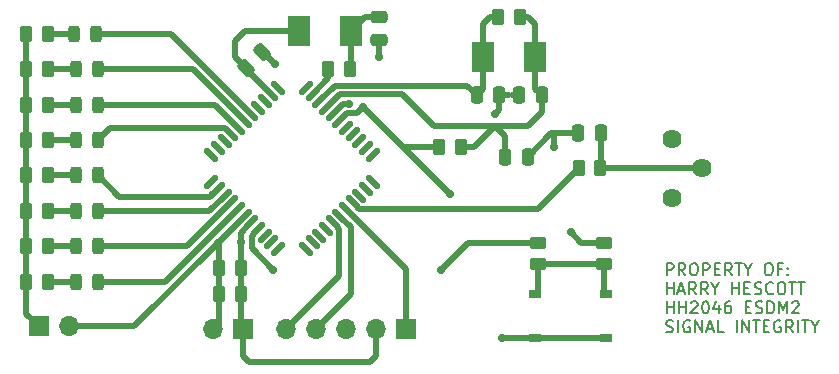
<source format=gbr>
%TF.GenerationSoftware,KiCad,Pcbnew,7.0.9*%
%TF.CreationDate,2023-11-22T23:33:49+00:00*%
%TF.ProjectId,signal_board,7369676e-616c-45f6-926f-6172642e6b69,rev?*%
%TF.SameCoordinates,Original*%
%TF.FileFunction,Copper,L1,Top*%
%TF.FilePolarity,Positive*%
%FSLAX46Y46*%
G04 Gerber Fmt 4.6, Leading zero omitted, Abs format (unit mm)*
G04 Created by KiCad (PCBNEW 7.0.9) date 2023-11-22 23:33:49*
%MOMM*%
%LPD*%
G01*
G04 APERTURE LIST*
G04 Aperture macros list*
%AMRoundRect*
0 Rectangle with rounded corners*
0 $1 Rounding radius*
0 $2 $3 $4 $5 $6 $7 $8 $9 X,Y pos of 4 corners*
0 Add a 4 corners polygon primitive as box body*
4,1,4,$2,$3,$4,$5,$6,$7,$8,$9,$2,$3,0*
0 Add four circle primitives for the rounded corners*
1,1,$1+$1,$2,$3*
1,1,$1+$1,$4,$5*
1,1,$1+$1,$6,$7*
1,1,$1+$1,$8,$9*
0 Add four rect primitives between the rounded corners*
20,1,$1+$1,$2,$3,$4,$5,0*
20,1,$1+$1,$4,$5,$6,$7,0*
20,1,$1+$1,$6,$7,$8,$9,0*
20,1,$1+$1,$8,$9,$2,$3,0*%
G04 Aperture macros list end*
%ADD10C,0.150000*%
%TA.AperFunction,NonConductor*%
%ADD11C,0.150000*%
%TD*%
%TA.AperFunction,SMDPad,CuDef*%
%ADD12R,1.900000X2.500000*%
%TD*%
%TA.AperFunction,SMDPad,CuDef*%
%ADD13R,1.000000X0.750000*%
%TD*%
%TA.AperFunction,ComponentPad*%
%ADD14C,1.620000*%
%TD*%
%TA.AperFunction,SMDPad,CuDef*%
%ADD15RoundRect,0.250000X0.262500X0.450000X-0.262500X0.450000X-0.262500X-0.450000X0.262500X-0.450000X0*%
%TD*%
%TA.AperFunction,SMDPad,CuDef*%
%ADD16RoundRect,0.250000X-0.262500X-0.450000X0.262500X-0.450000X0.262500X0.450000X-0.262500X0.450000X0*%
%TD*%
%TA.AperFunction,SMDPad,CuDef*%
%ADD17RoundRect,0.250000X-0.450000X0.262500X-0.450000X-0.262500X0.450000X-0.262500X0.450000X0.262500X0*%
%TD*%
%TA.AperFunction,ComponentPad*%
%ADD18R,1.700000X1.700000*%
%TD*%
%TA.AperFunction,ComponentPad*%
%ADD19O,1.700000X1.700000*%
%TD*%
%TA.AperFunction,SMDPad,CuDef*%
%ADD20RoundRect,0.243750X-0.243750X-0.456250X0.243750X-0.456250X0.243750X0.456250X-0.243750X0.456250X0*%
%TD*%
%TA.AperFunction,SMDPad,CuDef*%
%ADD21RoundRect,0.137500X0.327037X-0.521491X0.521491X-0.327037X-0.327037X0.521491X-0.521491X0.327037X0*%
%TD*%
%TA.AperFunction,SMDPad,CuDef*%
%ADD22RoundRect,0.137500X-0.327037X-0.521491X0.521491X0.327037X0.327037X0.521491X-0.521491X-0.327037X0*%
%TD*%
%TA.AperFunction,SMDPad,CuDef*%
%ADD23RoundRect,0.250000X-0.159099X0.512652X-0.512652X0.159099X0.159099X-0.512652X0.512652X-0.159099X0*%
%TD*%
%TA.AperFunction,SMDPad,CuDef*%
%ADD24RoundRect,0.250000X0.475000X-0.250000X0.475000X0.250000X-0.475000X0.250000X-0.475000X-0.250000X0*%
%TD*%
%TA.AperFunction,SMDPad,CuDef*%
%ADD25RoundRect,0.250000X-0.250000X-0.475000X0.250000X-0.475000X0.250000X0.475000X-0.250000X0.475000X0*%
%TD*%
%TA.AperFunction,SMDPad,CuDef*%
%ADD26RoundRect,0.250000X0.250000X0.475000X-0.250000X0.475000X-0.250000X-0.475000X0.250000X-0.475000X0*%
%TD*%
%TA.AperFunction,ViaPad*%
%ADD27C,0.700000*%
%TD*%
%TA.AperFunction,Conductor*%
%ADD28C,0.508000*%
%TD*%
%TA.AperFunction,Conductor*%
%ADD29C,0.500000*%
%TD*%
G04 APERTURE END LIST*
D10*
D11*
X110536779Y-78239819D02*
X110536779Y-77239819D01*
X110536779Y-77239819D02*
X110917731Y-77239819D01*
X110917731Y-77239819D02*
X111012969Y-77287438D01*
X111012969Y-77287438D02*
X111060588Y-77335057D01*
X111060588Y-77335057D02*
X111108207Y-77430295D01*
X111108207Y-77430295D02*
X111108207Y-77573152D01*
X111108207Y-77573152D02*
X111060588Y-77668390D01*
X111060588Y-77668390D02*
X111012969Y-77716009D01*
X111012969Y-77716009D02*
X110917731Y-77763628D01*
X110917731Y-77763628D02*
X110536779Y-77763628D01*
X112108207Y-78239819D02*
X111774874Y-77763628D01*
X111536779Y-78239819D02*
X111536779Y-77239819D01*
X111536779Y-77239819D02*
X111917731Y-77239819D01*
X111917731Y-77239819D02*
X112012969Y-77287438D01*
X112012969Y-77287438D02*
X112060588Y-77335057D01*
X112060588Y-77335057D02*
X112108207Y-77430295D01*
X112108207Y-77430295D02*
X112108207Y-77573152D01*
X112108207Y-77573152D02*
X112060588Y-77668390D01*
X112060588Y-77668390D02*
X112012969Y-77716009D01*
X112012969Y-77716009D02*
X111917731Y-77763628D01*
X111917731Y-77763628D02*
X111536779Y-77763628D01*
X112727255Y-77239819D02*
X112917731Y-77239819D01*
X112917731Y-77239819D02*
X113012969Y-77287438D01*
X113012969Y-77287438D02*
X113108207Y-77382676D01*
X113108207Y-77382676D02*
X113155826Y-77573152D01*
X113155826Y-77573152D02*
X113155826Y-77906485D01*
X113155826Y-77906485D02*
X113108207Y-78096961D01*
X113108207Y-78096961D02*
X113012969Y-78192200D01*
X113012969Y-78192200D02*
X112917731Y-78239819D01*
X112917731Y-78239819D02*
X112727255Y-78239819D01*
X112727255Y-78239819D02*
X112632017Y-78192200D01*
X112632017Y-78192200D02*
X112536779Y-78096961D01*
X112536779Y-78096961D02*
X112489160Y-77906485D01*
X112489160Y-77906485D02*
X112489160Y-77573152D01*
X112489160Y-77573152D02*
X112536779Y-77382676D01*
X112536779Y-77382676D02*
X112632017Y-77287438D01*
X112632017Y-77287438D02*
X112727255Y-77239819D01*
X113584398Y-78239819D02*
X113584398Y-77239819D01*
X113584398Y-77239819D02*
X113965350Y-77239819D01*
X113965350Y-77239819D02*
X114060588Y-77287438D01*
X114060588Y-77287438D02*
X114108207Y-77335057D01*
X114108207Y-77335057D02*
X114155826Y-77430295D01*
X114155826Y-77430295D02*
X114155826Y-77573152D01*
X114155826Y-77573152D02*
X114108207Y-77668390D01*
X114108207Y-77668390D02*
X114060588Y-77716009D01*
X114060588Y-77716009D02*
X113965350Y-77763628D01*
X113965350Y-77763628D02*
X113584398Y-77763628D01*
X114584398Y-77716009D02*
X114917731Y-77716009D01*
X115060588Y-78239819D02*
X114584398Y-78239819D01*
X114584398Y-78239819D02*
X114584398Y-77239819D01*
X114584398Y-77239819D02*
X115060588Y-77239819D01*
X116060588Y-78239819D02*
X115727255Y-77763628D01*
X115489160Y-78239819D02*
X115489160Y-77239819D01*
X115489160Y-77239819D02*
X115870112Y-77239819D01*
X115870112Y-77239819D02*
X115965350Y-77287438D01*
X115965350Y-77287438D02*
X116012969Y-77335057D01*
X116012969Y-77335057D02*
X116060588Y-77430295D01*
X116060588Y-77430295D02*
X116060588Y-77573152D01*
X116060588Y-77573152D02*
X116012969Y-77668390D01*
X116012969Y-77668390D02*
X115965350Y-77716009D01*
X115965350Y-77716009D02*
X115870112Y-77763628D01*
X115870112Y-77763628D02*
X115489160Y-77763628D01*
X116346303Y-77239819D02*
X116917731Y-77239819D01*
X116632017Y-78239819D02*
X116632017Y-77239819D01*
X117441541Y-77763628D02*
X117441541Y-78239819D01*
X117108208Y-77239819D02*
X117441541Y-77763628D01*
X117441541Y-77763628D02*
X117774874Y-77239819D01*
X119060589Y-77239819D02*
X119251065Y-77239819D01*
X119251065Y-77239819D02*
X119346303Y-77287438D01*
X119346303Y-77287438D02*
X119441541Y-77382676D01*
X119441541Y-77382676D02*
X119489160Y-77573152D01*
X119489160Y-77573152D02*
X119489160Y-77906485D01*
X119489160Y-77906485D02*
X119441541Y-78096961D01*
X119441541Y-78096961D02*
X119346303Y-78192200D01*
X119346303Y-78192200D02*
X119251065Y-78239819D01*
X119251065Y-78239819D02*
X119060589Y-78239819D01*
X119060589Y-78239819D02*
X118965351Y-78192200D01*
X118965351Y-78192200D02*
X118870113Y-78096961D01*
X118870113Y-78096961D02*
X118822494Y-77906485D01*
X118822494Y-77906485D02*
X118822494Y-77573152D01*
X118822494Y-77573152D02*
X118870113Y-77382676D01*
X118870113Y-77382676D02*
X118965351Y-77287438D01*
X118965351Y-77287438D02*
X119060589Y-77239819D01*
X120251065Y-77716009D02*
X119917732Y-77716009D01*
X119917732Y-78239819D02*
X119917732Y-77239819D01*
X119917732Y-77239819D02*
X120393922Y-77239819D01*
X120774875Y-78144580D02*
X120822494Y-78192200D01*
X120822494Y-78192200D02*
X120774875Y-78239819D01*
X120774875Y-78239819D02*
X120727256Y-78192200D01*
X120727256Y-78192200D02*
X120774875Y-78144580D01*
X120774875Y-78144580D02*
X120774875Y-78239819D01*
X120774875Y-77620771D02*
X120822494Y-77668390D01*
X120822494Y-77668390D02*
X120774875Y-77716009D01*
X120774875Y-77716009D02*
X120727256Y-77668390D01*
X120727256Y-77668390D02*
X120774875Y-77620771D01*
X120774875Y-77620771D02*
X120774875Y-77716009D01*
X110536779Y-79849819D02*
X110536779Y-78849819D01*
X110536779Y-79326009D02*
X111108207Y-79326009D01*
X111108207Y-79849819D02*
X111108207Y-78849819D01*
X111536779Y-79564104D02*
X112012969Y-79564104D01*
X111441541Y-79849819D02*
X111774874Y-78849819D01*
X111774874Y-78849819D02*
X112108207Y-79849819D01*
X113012969Y-79849819D02*
X112679636Y-79373628D01*
X112441541Y-79849819D02*
X112441541Y-78849819D01*
X112441541Y-78849819D02*
X112822493Y-78849819D01*
X112822493Y-78849819D02*
X112917731Y-78897438D01*
X112917731Y-78897438D02*
X112965350Y-78945057D01*
X112965350Y-78945057D02*
X113012969Y-79040295D01*
X113012969Y-79040295D02*
X113012969Y-79183152D01*
X113012969Y-79183152D02*
X112965350Y-79278390D01*
X112965350Y-79278390D02*
X112917731Y-79326009D01*
X112917731Y-79326009D02*
X112822493Y-79373628D01*
X112822493Y-79373628D02*
X112441541Y-79373628D01*
X114012969Y-79849819D02*
X113679636Y-79373628D01*
X113441541Y-79849819D02*
X113441541Y-78849819D01*
X113441541Y-78849819D02*
X113822493Y-78849819D01*
X113822493Y-78849819D02*
X113917731Y-78897438D01*
X113917731Y-78897438D02*
X113965350Y-78945057D01*
X113965350Y-78945057D02*
X114012969Y-79040295D01*
X114012969Y-79040295D02*
X114012969Y-79183152D01*
X114012969Y-79183152D02*
X113965350Y-79278390D01*
X113965350Y-79278390D02*
X113917731Y-79326009D01*
X113917731Y-79326009D02*
X113822493Y-79373628D01*
X113822493Y-79373628D02*
X113441541Y-79373628D01*
X114632017Y-79373628D02*
X114632017Y-79849819D01*
X114298684Y-78849819D02*
X114632017Y-79373628D01*
X114632017Y-79373628D02*
X114965350Y-78849819D01*
X116060589Y-79849819D02*
X116060589Y-78849819D01*
X116060589Y-79326009D02*
X116632017Y-79326009D01*
X116632017Y-79849819D02*
X116632017Y-78849819D01*
X117108208Y-79326009D02*
X117441541Y-79326009D01*
X117584398Y-79849819D02*
X117108208Y-79849819D01*
X117108208Y-79849819D02*
X117108208Y-78849819D01*
X117108208Y-78849819D02*
X117584398Y-78849819D01*
X117965351Y-79802200D02*
X118108208Y-79849819D01*
X118108208Y-79849819D02*
X118346303Y-79849819D01*
X118346303Y-79849819D02*
X118441541Y-79802200D01*
X118441541Y-79802200D02*
X118489160Y-79754580D01*
X118489160Y-79754580D02*
X118536779Y-79659342D01*
X118536779Y-79659342D02*
X118536779Y-79564104D01*
X118536779Y-79564104D02*
X118489160Y-79468866D01*
X118489160Y-79468866D02*
X118441541Y-79421247D01*
X118441541Y-79421247D02*
X118346303Y-79373628D01*
X118346303Y-79373628D02*
X118155827Y-79326009D01*
X118155827Y-79326009D02*
X118060589Y-79278390D01*
X118060589Y-79278390D02*
X118012970Y-79230771D01*
X118012970Y-79230771D02*
X117965351Y-79135533D01*
X117965351Y-79135533D02*
X117965351Y-79040295D01*
X117965351Y-79040295D02*
X118012970Y-78945057D01*
X118012970Y-78945057D02*
X118060589Y-78897438D01*
X118060589Y-78897438D02*
X118155827Y-78849819D01*
X118155827Y-78849819D02*
X118393922Y-78849819D01*
X118393922Y-78849819D02*
X118536779Y-78897438D01*
X119536779Y-79754580D02*
X119489160Y-79802200D01*
X119489160Y-79802200D02*
X119346303Y-79849819D01*
X119346303Y-79849819D02*
X119251065Y-79849819D01*
X119251065Y-79849819D02*
X119108208Y-79802200D01*
X119108208Y-79802200D02*
X119012970Y-79706961D01*
X119012970Y-79706961D02*
X118965351Y-79611723D01*
X118965351Y-79611723D02*
X118917732Y-79421247D01*
X118917732Y-79421247D02*
X118917732Y-79278390D01*
X118917732Y-79278390D02*
X118965351Y-79087914D01*
X118965351Y-79087914D02*
X119012970Y-78992676D01*
X119012970Y-78992676D02*
X119108208Y-78897438D01*
X119108208Y-78897438D02*
X119251065Y-78849819D01*
X119251065Y-78849819D02*
X119346303Y-78849819D01*
X119346303Y-78849819D02*
X119489160Y-78897438D01*
X119489160Y-78897438D02*
X119536779Y-78945057D01*
X120155827Y-78849819D02*
X120346303Y-78849819D01*
X120346303Y-78849819D02*
X120441541Y-78897438D01*
X120441541Y-78897438D02*
X120536779Y-78992676D01*
X120536779Y-78992676D02*
X120584398Y-79183152D01*
X120584398Y-79183152D02*
X120584398Y-79516485D01*
X120584398Y-79516485D02*
X120536779Y-79706961D01*
X120536779Y-79706961D02*
X120441541Y-79802200D01*
X120441541Y-79802200D02*
X120346303Y-79849819D01*
X120346303Y-79849819D02*
X120155827Y-79849819D01*
X120155827Y-79849819D02*
X120060589Y-79802200D01*
X120060589Y-79802200D02*
X119965351Y-79706961D01*
X119965351Y-79706961D02*
X119917732Y-79516485D01*
X119917732Y-79516485D02*
X119917732Y-79183152D01*
X119917732Y-79183152D02*
X119965351Y-78992676D01*
X119965351Y-78992676D02*
X120060589Y-78897438D01*
X120060589Y-78897438D02*
X120155827Y-78849819D01*
X120870113Y-78849819D02*
X121441541Y-78849819D01*
X121155827Y-79849819D02*
X121155827Y-78849819D01*
X121632018Y-78849819D02*
X122203446Y-78849819D01*
X121917732Y-79849819D02*
X121917732Y-78849819D01*
X110536779Y-81459819D02*
X110536779Y-80459819D01*
X110536779Y-80936009D02*
X111108207Y-80936009D01*
X111108207Y-81459819D02*
X111108207Y-80459819D01*
X111584398Y-81459819D02*
X111584398Y-80459819D01*
X111584398Y-80936009D02*
X112155826Y-80936009D01*
X112155826Y-81459819D02*
X112155826Y-80459819D01*
X112584398Y-80555057D02*
X112632017Y-80507438D01*
X112632017Y-80507438D02*
X112727255Y-80459819D01*
X112727255Y-80459819D02*
X112965350Y-80459819D01*
X112965350Y-80459819D02*
X113060588Y-80507438D01*
X113060588Y-80507438D02*
X113108207Y-80555057D01*
X113108207Y-80555057D02*
X113155826Y-80650295D01*
X113155826Y-80650295D02*
X113155826Y-80745533D01*
X113155826Y-80745533D02*
X113108207Y-80888390D01*
X113108207Y-80888390D02*
X112536779Y-81459819D01*
X112536779Y-81459819D02*
X113155826Y-81459819D01*
X113774874Y-80459819D02*
X113870112Y-80459819D01*
X113870112Y-80459819D02*
X113965350Y-80507438D01*
X113965350Y-80507438D02*
X114012969Y-80555057D01*
X114012969Y-80555057D02*
X114060588Y-80650295D01*
X114060588Y-80650295D02*
X114108207Y-80840771D01*
X114108207Y-80840771D02*
X114108207Y-81078866D01*
X114108207Y-81078866D02*
X114060588Y-81269342D01*
X114060588Y-81269342D02*
X114012969Y-81364580D01*
X114012969Y-81364580D02*
X113965350Y-81412200D01*
X113965350Y-81412200D02*
X113870112Y-81459819D01*
X113870112Y-81459819D02*
X113774874Y-81459819D01*
X113774874Y-81459819D02*
X113679636Y-81412200D01*
X113679636Y-81412200D02*
X113632017Y-81364580D01*
X113632017Y-81364580D02*
X113584398Y-81269342D01*
X113584398Y-81269342D02*
X113536779Y-81078866D01*
X113536779Y-81078866D02*
X113536779Y-80840771D01*
X113536779Y-80840771D02*
X113584398Y-80650295D01*
X113584398Y-80650295D02*
X113632017Y-80555057D01*
X113632017Y-80555057D02*
X113679636Y-80507438D01*
X113679636Y-80507438D02*
X113774874Y-80459819D01*
X114965350Y-80793152D02*
X114965350Y-81459819D01*
X114727255Y-80412200D02*
X114489160Y-81126485D01*
X114489160Y-81126485D02*
X115108207Y-81126485D01*
X115917731Y-80459819D02*
X115727255Y-80459819D01*
X115727255Y-80459819D02*
X115632017Y-80507438D01*
X115632017Y-80507438D02*
X115584398Y-80555057D01*
X115584398Y-80555057D02*
X115489160Y-80697914D01*
X115489160Y-80697914D02*
X115441541Y-80888390D01*
X115441541Y-80888390D02*
X115441541Y-81269342D01*
X115441541Y-81269342D02*
X115489160Y-81364580D01*
X115489160Y-81364580D02*
X115536779Y-81412200D01*
X115536779Y-81412200D02*
X115632017Y-81459819D01*
X115632017Y-81459819D02*
X115822493Y-81459819D01*
X115822493Y-81459819D02*
X115917731Y-81412200D01*
X115917731Y-81412200D02*
X115965350Y-81364580D01*
X115965350Y-81364580D02*
X116012969Y-81269342D01*
X116012969Y-81269342D02*
X116012969Y-81031247D01*
X116012969Y-81031247D02*
X115965350Y-80936009D01*
X115965350Y-80936009D02*
X115917731Y-80888390D01*
X115917731Y-80888390D02*
X115822493Y-80840771D01*
X115822493Y-80840771D02*
X115632017Y-80840771D01*
X115632017Y-80840771D02*
X115536779Y-80888390D01*
X115536779Y-80888390D02*
X115489160Y-80936009D01*
X115489160Y-80936009D02*
X115441541Y-81031247D01*
X117203446Y-80936009D02*
X117536779Y-80936009D01*
X117679636Y-81459819D02*
X117203446Y-81459819D01*
X117203446Y-81459819D02*
X117203446Y-80459819D01*
X117203446Y-80459819D02*
X117679636Y-80459819D01*
X118060589Y-81412200D02*
X118203446Y-81459819D01*
X118203446Y-81459819D02*
X118441541Y-81459819D01*
X118441541Y-81459819D02*
X118536779Y-81412200D01*
X118536779Y-81412200D02*
X118584398Y-81364580D01*
X118584398Y-81364580D02*
X118632017Y-81269342D01*
X118632017Y-81269342D02*
X118632017Y-81174104D01*
X118632017Y-81174104D02*
X118584398Y-81078866D01*
X118584398Y-81078866D02*
X118536779Y-81031247D01*
X118536779Y-81031247D02*
X118441541Y-80983628D01*
X118441541Y-80983628D02*
X118251065Y-80936009D01*
X118251065Y-80936009D02*
X118155827Y-80888390D01*
X118155827Y-80888390D02*
X118108208Y-80840771D01*
X118108208Y-80840771D02*
X118060589Y-80745533D01*
X118060589Y-80745533D02*
X118060589Y-80650295D01*
X118060589Y-80650295D02*
X118108208Y-80555057D01*
X118108208Y-80555057D02*
X118155827Y-80507438D01*
X118155827Y-80507438D02*
X118251065Y-80459819D01*
X118251065Y-80459819D02*
X118489160Y-80459819D01*
X118489160Y-80459819D02*
X118632017Y-80507438D01*
X119060589Y-81459819D02*
X119060589Y-80459819D01*
X119060589Y-80459819D02*
X119298684Y-80459819D01*
X119298684Y-80459819D02*
X119441541Y-80507438D01*
X119441541Y-80507438D02*
X119536779Y-80602676D01*
X119536779Y-80602676D02*
X119584398Y-80697914D01*
X119584398Y-80697914D02*
X119632017Y-80888390D01*
X119632017Y-80888390D02*
X119632017Y-81031247D01*
X119632017Y-81031247D02*
X119584398Y-81221723D01*
X119584398Y-81221723D02*
X119536779Y-81316961D01*
X119536779Y-81316961D02*
X119441541Y-81412200D01*
X119441541Y-81412200D02*
X119298684Y-81459819D01*
X119298684Y-81459819D02*
X119060589Y-81459819D01*
X120060589Y-81459819D02*
X120060589Y-80459819D01*
X120060589Y-80459819D02*
X120393922Y-81174104D01*
X120393922Y-81174104D02*
X120727255Y-80459819D01*
X120727255Y-80459819D02*
X120727255Y-81459819D01*
X121155827Y-80555057D02*
X121203446Y-80507438D01*
X121203446Y-80507438D02*
X121298684Y-80459819D01*
X121298684Y-80459819D02*
X121536779Y-80459819D01*
X121536779Y-80459819D02*
X121632017Y-80507438D01*
X121632017Y-80507438D02*
X121679636Y-80555057D01*
X121679636Y-80555057D02*
X121727255Y-80650295D01*
X121727255Y-80650295D02*
X121727255Y-80745533D01*
X121727255Y-80745533D02*
X121679636Y-80888390D01*
X121679636Y-80888390D02*
X121108208Y-81459819D01*
X121108208Y-81459819D02*
X121727255Y-81459819D01*
X110489160Y-83022200D02*
X110632017Y-83069819D01*
X110632017Y-83069819D02*
X110870112Y-83069819D01*
X110870112Y-83069819D02*
X110965350Y-83022200D01*
X110965350Y-83022200D02*
X111012969Y-82974580D01*
X111012969Y-82974580D02*
X111060588Y-82879342D01*
X111060588Y-82879342D02*
X111060588Y-82784104D01*
X111060588Y-82784104D02*
X111012969Y-82688866D01*
X111012969Y-82688866D02*
X110965350Y-82641247D01*
X110965350Y-82641247D02*
X110870112Y-82593628D01*
X110870112Y-82593628D02*
X110679636Y-82546009D01*
X110679636Y-82546009D02*
X110584398Y-82498390D01*
X110584398Y-82498390D02*
X110536779Y-82450771D01*
X110536779Y-82450771D02*
X110489160Y-82355533D01*
X110489160Y-82355533D02*
X110489160Y-82260295D01*
X110489160Y-82260295D02*
X110536779Y-82165057D01*
X110536779Y-82165057D02*
X110584398Y-82117438D01*
X110584398Y-82117438D02*
X110679636Y-82069819D01*
X110679636Y-82069819D02*
X110917731Y-82069819D01*
X110917731Y-82069819D02*
X111060588Y-82117438D01*
X111489160Y-83069819D02*
X111489160Y-82069819D01*
X112489159Y-82117438D02*
X112393921Y-82069819D01*
X112393921Y-82069819D02*
X112251064Y-82069819D01*
X112251064Y-82069819D02*
X112108207Y-82117438D01*
X112108207Y-82117438D02*
X112012969Y-82212676D01*
X112012969Y-82212676D02*
X111965350Y-82307914D01*
X111965350Y-82307914D02*
X111917731Y-82498390D01*
X111917731Y-82498390D02*
X111917731Y-82641247D01*
X111917731Y-82641247D02*
X111965350Y-82831723D01*
X111965350Y-82831723D02*
X112012969Y-82926961D01*
X112012969Y-82926961D02*
X112108207Y-83022200D01*
X112108207Y-83022200D02*
X112251064Y-83069819D01*
X112251064Y-83069819D02*
X112346302Y-83069819D01*
X112346302Y-83069819D02*
X112489159Y-83022200D01*
X112489159Y-83022200D02*
X112536778Y-82974580D01*
X112536778Y-82974580D02*
X112536778Y-82641247D01*
X112536778Y-82641247D02*
X112346302Y-82641247D01*
X112965350Y-83069819D02*
X112965350Y-82069819D01*
X112965350Y-82069819D02*
X113536778Y-83069819D01*
X113536778Y-83069819D02*
X113536778Y-82069819D01*
X113965350Y-82784104D02*
X114441540Y-82784104D01*
X113870112Y-83069819D02*
X114203445Y-82069819D01*
X114203445Y-82069819D02*
X114536778Y-83069819D01*
X115346302Y-83069819D02*
X114870112Y-83069819D01*
X114870112Y-83069819D02*
X114870112Y-82069819D01*
X116441541Y-83069819D02*
X116441541Y-82069819D01*
X116917731Y-83069819D02*
X116917731Y-82069819D01*
X116917731Y-82069819D02*
X117489159Y-83069819D01*
X117489159Y-83069819D02*
X117489159Y-82069819D01*
X117822493Y-82069819D02*
X118393921Y-82069819D01*
X118108207Y-83069819D02*
X118108207Y-82069819D01*
X118727255Y-82546009D02*
X119060588Y-82546009D01*
X119203445Y-83069819D02*
X118727255Y-83069819D01*
X118727255Y-83069819D02*
X118727255Y-82069819D01*
X118727255Y-82069819D02*
X119203445Y-82069819D01*
X120155826Y-82117438D02*
X120060588Y-82069819D01*
X120060588Y-82069819D02*
X119917731Y-82069819D01*
X119917731Y-82069819D02*
X119774874Y-82117438D01*
X119774874Y-82117438D02*
X119679636Y-82212676D01*
X119679636Y-82212676D02*
X119632017Y-82307914D01*
X119632017Y-82307914D02*
X119584398Y-82498390D01*
X119584398Y-82498390D02*
X119584398Y-82641247D01*
X119584398Y-82641247D02*
X119632017Y-82831723D01*
X119632017Y-82831723D02*
X119679636Y-82926961D01*
X119679636Y-82926961D02*
X119774874Y-83022200D01*
X119774874Y-83022200D02*
X119917731Y-83069819D01*
X119917731Y-83069819D02*
X120012969Y-83069819D01*
X120012969Y-83069819D02*
X120155826Y-83022200D01*
X120155826Y-83022200D02*
X120203445Y-82974580D01*
X120203445Y-82974580D02*
X120203445Y-82641247D01*
X120203445Y-82641247D02*
X120012969Y-82641247D01*
X121203445Y-83069819D02*
X120870112Y-82593628D01*
X120632017Y-83069819D02*
X120632017Y-82069819D01*
X120632017Y-82069819D02*
X121012969Y-82069819D01*
X121012969Y-82069819D02*
X121108207Y-82117438D01*
X121108207Y-82117438D02*
X121155826Y-82165057D01*
X121155826Y-82165057D02*
X121203445Y-82260295D01*
X121203445Y-82260295D02*
X121203445Y-82403152D01*
X121203445Y-82403152D02*
X121155826Y-82498390D01*
X121155826Y-82498390D02*
X121108207Y-82546009D01*
X121108207Y-82546009D02*
X121012969Y-82593628D01*
X121012969Y-82593628D02*
X120632017Y-82593628D01*
X121632017Y-83069819D02*
X121632017Y-82069819D01*
X121965350Y-82069819D02*
X122536778Y-82069819D01*
X122251064Y-83069819D02*
X122251064Y-82069819D01*
X123060588Y-82593628D02*
X123060588Y-83069819D01*
X122727255Y-82069819D02*
X123060588Y-82593628D01*
X123060588Y-82593628D02*
X123393921Y-82069819D01*
D12*
%TO.P,Y2,1,1*%
%TO.N,RC1*%
X79400000Y-57600000D03*
%TO.P,Y2,2,2*%
%TO.N,Net-(C7-Pad2)*%
X83800000Y-57600000D03*
%TD*%
%TO.P,Y1,1,1*%
%TO.N,RA7*%
X99400000Y-59800000D03*
%TO.P,Y1,2,2*%
%TO.N,RA6*%
X95000000Y-59800000D03*
%TD*%
D13*
%TO.P,SW1,1,1*%
%TO.N,Net-(R10-Pad2)*%
X99400000Y-79800000D03*
X105400000Y-79800000D03*
%TO.P,SW1,2,2*%
%TO.N,GND*%
X99400000Y-83550000D03*
X105400000Y-83550000D03*
%TD*%
D14*
%TO.P,RV1,1,1*%
%TO.N,GND*%
X111000000Y-66700000D03*
%TO.P,RV1,2,2*%
%TO.N,Net-(C2-Pad1)*%
X113500000Y-69200000D03*
%TO.P,RV1,3,3*%
%TO.N,VCC*%
X111000000Y-71700000D03*
%TD*%
D15*
%TO.P,R14,1*%
%TO.N,Net-(C7-Pad2)*%
X83712500Y-60800000D03*
%TO.P,R14,2*%
%TO.N,RC0*%
X81887500Y-60800000D03*
%TD*%
D16*
%TO.P,R13,1*%
%TO.N,VCC*%
X91287500Y-67400000D03*
%TO.P,R13,2*%
%TO.N,RA7*%
X93112500Y-67400000D03*
%TD*%
D15*
%TO.P,R12,1*%
%TO.N,RA7*%
X98112500Y-56400000D03*
%TO.P,R12,2*%
%TO.N,RA6*%
X96287500Y-56400000D03*
%TD*%
D17*
%TO.P,R11,2*%
%TO.N,Net-(R10-Pad2)*%
X99600000Y-77312500D03*
%TO.P,R11,1*%
%TO.N,RB0*%
X99600000Y-75487500D03*
%TD*%
%TO.P,R10,1*%
%TO.N,VCC*%
X105200000Y-75487500D03*
%TO.P,R10,2*%
%TO.N,Net-(R10-Pad2)*%
X105200000Y-77312500D03*
%TD*%
D16*
%TO.P,R9,1*%
%TO.N,RA0*%
X103087500Y-69200000D03*
%TO.P,R9,2*%
%TO.N,Net-(C2-Pad1)*%
X104912500Y-69200000D03*
%TD*%
D15*
%TO.P,R8,2*%
%TO.N,Net-(J3-Pin_1)*%
X56287500Y-78800000D03*
%TO.P,R8,1*%
%TO.N,Net-(D8-K)*%
X58112500Y-78800000D03*
%TD*%
%TO.P,R7,1*%
%TO.N,Net-(D7-K)*%
X58112500Y-75800000D03*
%TO.P,R7,2*%
%TO.N,Net-(J3-Pin_1)*%
X56287500Y-75800000D03*
%TD*%
%TO.P,R6,2*%
%TO.N,Net-(J3-Pin_1)*%
X56287500Y-72800000D03*
%TO.P,R6,1*%
%TO.N,Net-(D6-K)*%
X58112500Y-72800000D03*
%TD*%
%TO.P,R5,1*%
%TO.N,Net-(D5-K)*%
X58112500Y-69800000D03*
%TO.P,R5,2*%
%TO.N,Net-(J3-Pin_1)*%
X56287500Y-69800000D03*
%TD*%
%TO.P,R4,1*%
%TO.N,Net-(D4-K)*%
X58112500Y-66800000D03*
%TO.P,R4,2*%
%TO.N,Net-(J3-Pin_1)*%
X56287500Y-66800000D03*
%TD*%
%TO.P,R3,1*%
%TO.N,Net-(D3-K)*%
X58112500Y-63800000D03*
%TO.P,R3,2*%
%TO.N,Net-(J3-Pin_1)*%
X56287500Y-63800000D03*
%TD*%
%TO.P,R2,2*%
%TO.N,Net-(J3-Pin_1)*%
X56287500Y-60800000D03*
%TO.P,R2,1*%
%TO.N,Net-(D2-K)*%
X58112500Y-60800000D03*
%TD*%
%TO.P,R1,2*%
%TO.N,Net-(J3-Pin_1)*%
X56312500Y-57800000D03*
%TO.P,R1,1*%
%TO.N,Net-(D1-K)*%
X58137500Y-57800000D03*
%TD*%
D18*
%TO.P,J3,1,Pin_1*%
%TO.N,Net-(J3-Pin_1)*%
X57350000Y-82575000D03*
D19*
%TO.P,J3,2,Pin_2*%
%TO.N,GND*%
X59890000Y-82575000D03*
%TD*%
%TO.P,J2,2,Pin_2*%
%TO.N,GND*%
X72110000Y-82825000D03*
D18*
%TO.P,J2,1,Pin_1*%
%TO.N,VCC*%
X74650000Y-82825000D03*
%TD*%
%TO.P,J1,1,Pin_1*%
%TO.N,Net-(CHIP1-RE3{slash}~MCLR{slash}VPP)*%
X88420000Y-82800000D03*
D19*
%TO.P,J1,2,Pin_2*%
%TO.N,VCC*%
X85880000Y-82800000D03*
%TO.P,J1,3,Pin_3*%
%TO.N,GND*%
X83340000Y-82800000D03*
%TO.P,J1,4,Pin_4*%
%TO.N,RB7*%
X80800000Y-82800000D03*
%TO.P,J1,5,Pin_5*%
%TO.N,RB6*%
X78260000Y-82800000D03*
%TD*%
D20*
%TO.P,D8,2,A*%
%TO.N,RD7*%
X62387500Y-78800000D03*
%TO.P,D8,1,K*%
%TO.N,Net-(D8-K)*%
X60512500Y-78800000D03*
%TD*%
%TO.P,D7,2,A*%
%TO.N,RD6*%
X62387500Y-75800000D03*
%TO.P,D7,1,K*%
%TO.N,Net-(D7-K)*%
X60512500Y-75800000D03*
%TD*%
%TO.P,D6,2,A*%
%TO.N,RD5*%
X62387500Y-72800000D03*
%TO.P,D6,1,K*%
%TO.N,Net-(D6-K)*%
X60512500Y-72800000D03*
%TD*%
%TO.P,D5,2,A*%
%TO.N,RD4*%
X62387500Y-69800000D03*
%TO.P,D5,1,K*%
%TO.N,Net-(D5-K)*%
X60512500Y-69800000D03*
%TD*%
%TO.P,D4,2,A*%
%TO.N,RD3*%
X62387500Y-66800000D03*
%TO.P,D4,1,K*%
%TO.N,Net-(D4-K)*%
X60512500Y-66800000D03*
%TD*%
%TO.P,D3,2,A*%
%TO.N,RD2*%
X62387500Y-63800000D03*
%TO.P,D3,1,K*%
%TO.N,Net-(D3-K)*%
X60512500Y-63800000D03*
%TD*%
%TO.P,D2,2,A*%
%TO.N,RD1*%
X62387500Y-60800000D03*
%TO.P,D2,1,K*%
%TO.N,Net-(D2-K)*%
X60512500Y-60800000D03*
%TD*%
%TO.P,D1,2,A*%
%TO.N,RD0*%
X62187500Y-57800000D03*
%TO.P,D1,1,K*%
%TO.N,Net-(D1-K)*%
X60312500Y-57800000D03*
%TD*%
D21*
%TO.P,CHIP1,44,RC6/TX/CK*%
%TO.N,RC6*%
X71967581Y-68024435D03*
%TO.P,CHIP1,43,RC5/SDO*%
%TO.N,RC5*%
X72533266Y-67458750D03*
%TO.P,CHIP1,42,RC4/SDI/SDA*%
%TO.N,RC4*%
X73098952Y-66893064D03*
%TO.P,CHIP1,41,RD3*%
%TO.N,RD3*%
X73664637Y-66327379D03*
%TO.P,CHIP1,40,RD2*%
%TO.N,RD2*%
X74230322Y-65761693D03*
%TO.P,CHIP1,39,RD1*%
%TO.N,RD1*%
X74796008Y-65196008D03*
%TO.P,CHIP1,38,RD0*%
%TO.N,RD0*%
X75361693Y-64630322D03*
%TO.P,CHIP1,37,RC3/SCK/SCL*%
%TO.N,RC3*%
X75927379Y-64064637D03*
%TO.P,CHIP1,36,RC2/P1A/CCP1*%
%TO.N,RC2*%
X76493064Y-63498952D03*
%TO.P,CHIP1,35,RC1/T1OSCI/CCP2*%
%TO.N,RC1*%
X77058750Y-62933266D03*
%TO.P,CHIP1,34,NC*%
%TO.N,unconnected-(CHIP1-NC-Pad34)*%
X77624435Y-62367581D03*
D22*
%TO.P,CHIP1,33,NC_3*%
%TO.N,unconnected-(CHIP1-NC_3-Pad33)*%
X79975565Y-62367581D03*
%TO.P,CHIP1,32,RC0/T1OSO/T1CKI*%
%TO.N,RC0*%
X80541250Y-62933266D03*
%TO.P,CHIP1,31,RA6/OSC2/CLKOUT*%
%TO.N,RA6*%
X81106936Y-63498952D03*
%TO.P,CHIP1,30,RA7/OSC1/CLKIN*%
%TO.N,RA7*%
X81672621Y-64064637D03*
%TO.P,CHIP1,29,VSS*%
%TO.N,GND*%
X82238307Y-64630322D03*
%TO.P,CHIP1,28,VDD_2*%
%TO.N,VCC*%
X82803992Y-65196008D03*
%TO.P,CHIP1,27,RE2/AN7*%
%TO.N,RE2*%
X83369678Y-65761693D03*
%TO.P,CHIP1,26,RE1/AN6*%
%TO.N,RE1*%
X83935363Y-66327379D03*
%TO.P,CHIP1,25,RE0/AN5*%
%TO.N,RE0*%
X84501048Y-66893064D03*
%TO.P,CHIP1,24,RA5/AN4/~SS/C2OUT*%
%TO.N,RA5*%
X85066734Y-67458750D03*
%TO.P,CHIP1,23,RA4/T0CKI/C1OUT*%
%TO.N,RA4*%
X85632419Y-68024435D03*
D21*
%TO.P,CHIP1,22,RA3/AN3//VREF+/C1IN+*%
%TO.N,RA3*%
X85632419Y-70375565D03*
%TO.P,CHIP1,21,RA2/AN2/VREF-/CVREF/C2IN+*%
%TO.N,RA2*%
X85066734Y-70941250D03*
%TO.P,CHIP1,20,RA1/AN1/C12IN1-*%
%TO.N,RA1*%
X84501048Y-71506936D03*
%TO.P,CHIP1,19,RA0/AN0/ULPWU/C12IN0-*%
%TO.N,RA0*%
X83935363Y-72072621D03*
%TO.P,CHIP1,18,RE3/~MCLR/VPP*%
%TO.N,Net-(CHIP1-RE3{slash}~MCLR{slash}VPP)*%
X83369678Y-72638307D03*
%TO.P,CHIP1,17,RB7/ICSPDAT*%
%TO.N,RB7*%
X82803992Y-73203992D03*
%TO.P,CHIP1,16,RB6/ICSPCLK*%
%TO.N,RB6*%
X82238307Y-73769678D03*
%TO.P,CHIP1,15,RB5/AN13/~T1G*%
%TO.N,RB5*%
X81672621Y-74335363D03*
%TO.P,CHIP1,14,RB4/AN11*%
%TO.N,RB4*%
X81106936Y-74901048D03*
%TO.P,CHIP1,13,NC_4*%
%TO.N,unconnected-(CHIP1-NC_4-Pad13)*%
X80541250Y-75466734D03*
%TO.P,CHIP1,12,NC_2*%
%TO.N,unconnected-(CHIP1-NC_2-Pad12)*%
X79975565Y-76032419D03*
D22*
%TO.P,CHIP1,11,RB3/AN9/PGM/C12IN2-*%
%TO.N,RB3*%
X77624435Y-76032419D03*
%TO.P,CHIP1,10,RB2/AN8*%
%TO.N,RB2*%
X77058750Y-75466734D03*
%TO.P,CHIP1,9,RB1/AN10/C12IN3-*%
%TO.N,RB1*%
X76493064Y-74901048D03*
%TO.P,CHIP1,8,RB0/AN12/INT*%
%TO.N,RB0*%
X75927379Y-74335363D03*
%TO.P,CHIP1,7,VDD*%
%TO.N,VCC*%
X75361693Y-73769678D03*
%TO.P,CHIP1,6,VSS_2*%
%TO.N,GND*%
X74796008Y-73203992D03*
%TO.P,CHIP1,5,RD7/P1D*%
%TO.N,RD7*%
X74230322Y-72638307D03*
%TO.P,CHIP1,4,RD6/P1C*%
%TO.N,RD6*%
X73664637Y-72072621D03*
%TO.P,CHIP1,3,RD5/P1B*%
%TO.N,RD5*%
X73098952Y-71506936D03*
%TO.P,CHIP1,2,RD4*%
%TO.N,RD4*%
X72533266Y-70941250D03*
%TO.P,CHIP1,1,RC7/RX/DT*%
%TO.N,RC7*%
X71967581Y-70375565D03*
%TD*%
D23*
%TO.P,C8,1*%
%TO.N,GND*%
X76271751Y-59328249D03*
%TO.P,C8,2*%
%TO.N,RC1*%
X74928249Y-60671751D03*
%TD*%
D24*
%TO.P,C7,1*%
%TO.N,GND*%
X86200000Y-58300000D03*
%TO.P,C7,2*%
%TO.N,Net-(C7-Pad2)*%
X86200000Y-56400000D03*
%TD*%
D25*
%TO.P,C6,2*%
%TO.N,VCC*%
X74500000Y-77600000D03*
%TO.P,C6,1*%
%TO.N,GND*%
X72600000Y-77600000D03*
%TD*%
%TO.P,C5,2*%
%TO.N,VCC*%
X74500000Y-79800000D03*
%TO.P,C5,1*%
%TO.N,GND*%
X72600000Y-79800000D03*
%TD*%
%TO.P,C4,1*%
%TO.N,GND*%
X98050000Y-63000000D03*
%TO.P,C4,2*%
%TO.N,RA7*%
X99950000Y-63000000D03*
%TD*%
%TO.P,C3,1*%
%TO.N,RA7*%
X96850000Y-68200000D03*
%TO.P,C3,2*%
%TO.N,GND*%
X98750000Y-68200000D03*
%TD*%
D26*
%TO.P,C2,1*%
%TO.N,Net-(C2-Pad1)*%
X104950000Y-66200000D03*
%TO.P,C2,2*%
%TO.N,GND*%
X103050000Y-66200000D03*
%TD*%
D25*
%TO.P,C1,1*%
%TO.N,RA6*%
X94450000Y-63000000D03*
%TO.P,C1,2*%
%TO.N,GND*%
X96350000Y-63000000D03*
%TD*%
D27*
%TO.N,GND*%
X101000000Y-67400000D03*
%TO.N,VCC*%
X74500000Y-75400000D03*
%TO.N,GND*%
X72502475Y-75502475D03*
%TO.N,VCC*%
X102400000Y-74600000D03*
X92200000Y-71400000D03*
%TO.N,GND*%
X96600000Y-83600000D03*
%TO.N,RB0*%
X91400000Y-77800000D03*
X77200000Y-77800000D03*
%TO.N,GND*%
X96000000Y-64600000D03*
%TO.N,VCC*%
X84800000Y-64000000D03*
%TO.N,GND*%
X83600000Y-63711500D03*
X77400000Y-60400000D03*
X86200000Y-59800000D03*
%TD*%
D28*
%TO.N,Net-(C2-Pad1)*%
X104950000Y-66200000D02*
X104950000Y-69162500D01*
X104950000Y-69162500D02*
X104912500Y-69200000D01*
%TO.N,GND*%
X101000000Y-66450000D02*
X101000000Y-67400000D01*
X100750000Y-66200000D02*
X101000000Y-66450000D01*
%TO.N,VCC*%
X74500000Y-74631371D02*
X74500000Y-77600000D01*
X75361693Y-73769678D02*
X74500000Y-74631371D01*
%TO.N,GND*%
X72600000Y-75600000D02*
X72502475Y-75502475D01*
%TO.N,VCC*%
X103287500Y-75487500D02*
X102400000Y-74600000D01*
X105200000Y-75487500D02*
X103287500Y-75487500D01*
X88200000Y-67400000D02*
X92200000Y-71400000D01*
%TO.N,GND*%
X100750000Y-66200000D02*
X103050000Y-66200000D01*
X98750000Y-68200000D02*
X100750000Y-66200000D01*
%TO.N,RA7*%
X96850000Y-66450000D02*
X96000000Y-65600000D01*
X96850000Y-68200000D02*
X96850000Y-66450000D01*
%TO.N,Net-(C2-Pad1)*%
X113500000Y-69200000D02*
X104912500Y-69200000D01*
%TO.N,RA0*%
X99664879Y-72622621D02*
X103087500Y-69200000D01*
X84485363Y-72622621D02*
X99664879Y-72622621D01*
X83935363Y-72072621D02*
X84485363Y-72622621D01*
%TO.N,RA7*%
X94200000Y-67400000D02*
X96000000Y-65600000D01*
X96000000Y-65600000D02*
X98800000Y-65600000D01*
X91400000Y-65600000D02*
X96000000Y-65600000D01*
X93112500Y-67400000D02*
X94200000Y-67400000D01*
%TO.N,VCC*%
X88200000Y-67400000D02*
X91287500Y-67400000D01*
X84800000Y-64000000D02*
X88200000Y-67400000D01*
%TO.N,RA7*%
X90800000Y-65600000D02*
X91400000Y-65600000D01*
%TO.N,RB0*%
X93712500Y-75487500D02*
X99600000Y-75487500D01*
X91400000Y-77800000D02*
X93712500Y-75487500D01*
%TO.N,GND*%
X96650000Y-83550000D02*
X96600000Y-83600000D01*
X99400000Y-83550000D02*
X96650000Y-83550000D01*
X99400000Y-83550000D02*
X105400000Y-83550000D01*
%TO.N,Net-(R10-Pad2)*%
X99600000Y-77312500D02*
X105200000Y-77312500D01*
X99600000Y-79600000D02*
X99400000Y-79800000D01*
X99600000Y-77312500D02*
X99600000Y-79600000D01*
X105200000Y-79600000D02*
X105400000Y-79800000D01*
X105200000Y-77312500D02*
X105200000Y-79600000D01*
%TO.N,RD6*%
X69937258Y-75800000D02*
X73664637Y-72072621D01*
X62387500Y-75800000D02*
X69937258Y-75800000D01*
%TO.N,RB0*%
X75377379Y-75977379D02*
X77200000Y-77800000D01*
X75927379Y-74335363D02*
X75377379Y-74885363D01*
X75377379Y-74885363D02*
X75377379Y-75977379D01*
%TO.N,Net-(CHIP1-RE3{slash}~MCLR{slash}VPP)*%
X83369678Y-72638307D02*
X88420000Y-77688629D01*
X88420000Y-77688629D02*
X88420000Y-82800000D01*
%TO.N,RB7*%
X83800000Y-74200000D02*
X82803992Y-73203992D01*
X83800000Y-79800000D02*
X83800000Y-74200000D01*
X80800000Y-82800000D02*
X83800000Y-79800000D01*
%TO.N,RB6*%
X82788306Y-74319677D02*
X82238307Y-73769678D01*
X82788306Y-78271694D02*
X82788306Y-74319677D01*
X78260000Y-82800000D02*
X82788306Y-78271694D01*
%TO.N,VCC*%
X74650000Y-85050000D02*
X74650000Y-82825000D01*
X75200000Y-85600000D02*
X74650000Y-85050000D01*
X85400000Y-85600000D02*
X75200000Y-85600000D01*
X85880000Y-85120000D02*
X85400000Y-85600000D01*
X85880000Y-82800000D02*
X85880000Y-85120000D01*
%TO.N,GND*%
X72600000Y-79600000D02*
X72600000Y-82335000D01*
X72600000Y-82335000D02*
X72110000Y-82825000D01*
X72500000Y-75500000D02*
X72600000Y-75600000D01*
X72500000Y-75500000D02*
X74796008Y-73203992D01*
X72600000Y-75600000D02*
X72600000Y-79600000D01*
X65425000Y-82575000D02*
X72500000Y-75500000D01*
%TO.N,VCC*%
X74500000Y-82675000D02*
X74650000Y-82825000D01*
X74500000Y-77600000D02*
X74500000Y-82675000D01*
%TO.N,GND*%
X96350000Y-64250000D02*
X96000000Y-64600000D01*
X96350000Y-63000000D02*
X96350000Y-64250000D01*
X96350000Y-63000000D02*
X97200000Y-63000000D01*
X97400000Y-63000000D02*
X98050000Y-63000000D01*
%TO.N,VCC*%
X84284500Y-64515500D02*
X84800000Y-64000000D01*
X83484500Y-64515500D02*
X84284500Y-64515500D01*
X82803992Y-65196008D02*
X83484500Y-64515500D01*
%TO.N,GND*%
X83157129Y-63711500D02*
X83600000Y-63711500D01*
X82238307Y-64630322D02*
X83157129Y-63711500D01*
%TO.N,RA7*%
X99950000Y-64450000D02*
X99950000Y-63000000D01*
X88108000Y-62908000D02*
X90800000Y-65600000D01*
X82829258Y-62908000D02*
X88108000Y-62908000D01*
X81672621Y-64064637D02*
X82829258Y-62908000D01*
X98800000Y-65600000D02*
X99950000Y-64450000D01*
%TO.N,RA6*%
X82405888Y-62200000D02*
X81106936Y-63498952D01*
X93650000Y-62200000D02*
X82405888Y-62200000D01*
X94450000Y-63000000D02*
X93650000Y-62200000D01*
X95000000Y-59800000D02*
X95000000Y-62450000D01*
X95000000Y-62450000D02*
X94450000Y-63000000D01*
%TO.N,RA7*%
X99400000Y-62450000D02*
X99950000Y-63000000D01*
X99400000Y-59800000D02*
X99400000Y-62450000D01*
%TO.N,RA6*%
X95000000Y-57000000D02*
X95000000Y-59800000D01*
X95600000Y-56400000D02*
X95000000Y-57000000D01*
X96287500Y-56400000D02*
X95600000Y-56400000D01*
%TO.N,RA7*%
X98800000Y-56400000D02*
X99400000Y-57000000D01*
X98112500Y-56400000D02*
X98800000Y-56400000D01*
X99400000Y-57000000D02*
X99400000Y-59800000D01*
%TO.N,GND*%
X76328249Y-59328249D02*
X77400000Y-60400000D01*
X76271751Y-59328249D02*
X76328249Y-59328249D01*
X86200000Y-58300000D02*
X86200000Y-59800000D01*
%TO.N,Net-(C7-Pad2)*%
X86200000Y-56400000D02*
X85000000Y-56400000D01*
X85000000Y-56400000D02*
X83800000Y-57600000D01*
X83800000Y-60712500D02*
X83712500Y-60800000D01*
X83800000Y-57600000D02*
X83800000Y-60712500D01*
%TO.N,RC0*%
X80541250Y-62933266D02*
X81887500Y-61587016D01*
X81887500Y-61587016D02*
X81887500Y-60800000D01*
%TO.N,RC1*%
X74000000Y-59743502D02*
X74928249Y-60671751D01*
X74000000Y-58400000D02*
X74000000Y-59743502D01*
X74800000Y-57600000D02*
X74000000Y-58400000D01*
X78800000Y-57600000D02*
X74800000Y-57600000D01*
X74928249Y-60802765D02*
X77058750Y-62933266D01*
X74928249Y-60671751D02*
X74928249Y-60802765D01*
%TO.N,GND*%
X59890000Y-82575000D02*
X65425000Y-82575000D01*
%TO.N,Net-(D2-K)*%
X58112500Y-60800000D02*
X60512500Y-60800000D01*
%TO.N,Net-(D3-K)*%
X60512500Y-63800000D02*
X58112500Y-63800000D01*
%TO.N,Net-(D4-K)*%
X58112500Y-66800000D02*
X60512500Y-66800000D01*
%TO.N,Net-(D5-K)*%
X60512500Y-69800000D02*
X58112500Y-69800000D01*
%TO.N,Net-(D6-K)*%
X58112500Y-72800000D02*
X60512500Y-72800000D01*
%TO.N,Net-(D7-K)*%
X60512500Y-75800000D02*
X58112500Y-75800000D01*
%TO.N,Net-(D8-K)*%
X58112500Y-78800000D02*
X60512500Y-78800000D01*
%TO.N,Net-(J3-Pin_1)*%
X56312500Y-81537500D02*
X57350000Y-82575000D01*
X56312500Y-57800000D02*
X56312500Y-81537500D01*
%TO.N,RD7*%
X62387500Y-78800000D02*
X68068629Y-78800000D01*
X68068629Y-78800000D02*
X74230322Y-72638307D01*
%TO.N,RD5*%
X71805888Y-72800000D02*
X73098952Y-71506936D01*
X62387500Y-72800000D02*
X71805888Y-72800000D01*
%TO.N,RD4*%
X71882857Y-71591659D02*
X72533266Y-70941250D01*
X64179159Y-71591659D02*
X71882857Y-71591659D01*
X62387500Y-69800000D02*
X64179159Y-71591659D01*
%TO.N,RD3*%
X73114637Y-65777379D02*
X73664637Y-66327379D01*
X62387500Y-66800000D02*
X63410121Y-65777379D01*
X63410121Y-65777379D02*
X73114637Y-65777379D01*
%TO.N,RD2*%
X62387500Y-63800000D02*
X72268629Y-63800000D01*
X72268629Y-63800000D02*
X74230322Y-65761693D01*
%TO.N,RD1*%
X62387500Y-60800000D02*
X70400000Y-60800000D01*
X70400000Y-60800000D02*
X74796008Y-65196008D01*
%TO.N,RD0*%
X68531371Y-57800000D02*
X75361693Y-64630322D01*
X62187500Y-57800000D02*
X68531371Y-57800000D01*
D29*
%TO.N,RD3*%
X73664637Y-66327379D02*
X73118637Y-65781379D01*
%TO.N,RD4*%
X71987266Y-71487250D02*
X72533266Y-70941250D01*
%TO.N,RC1*%
X76512750Y-62387266D02*
X77058750Y-62933266D01*
%TO.N,Net-(D1-K)*%
X58137500Y-57800000D02*
X60312500Y-57800000D01*
%TD*%
M02*

</source>
